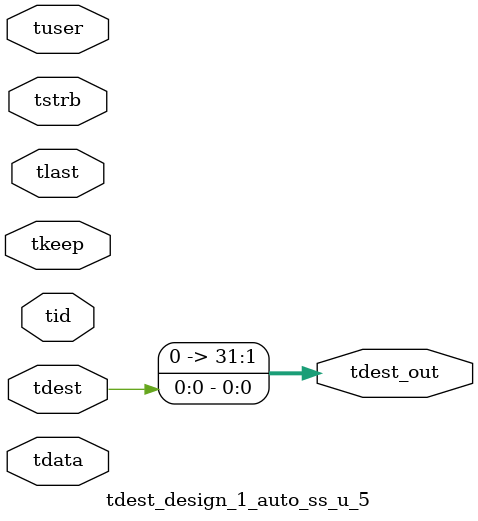
<source format=v>


`timescale 1ps/1ps

module tdest_design_1_auto_ss_u_5 #
(
parameter C_S_AXIS_TDATA_WIDTH = 32,
parameter C_S_AXIS_TUSER_WIDTH = 0,
parameter C_S_AXIS_TID_WIDTH   = 0,
parameter C_S_AXIS_TDEST_WIDTH = 0,
parameter C_M_AXIS_TDEST_WIDTH = 32
)
(
input  [(C_S_AXIS_TDATA_WIDTH == 0 ? 1 : C_S_AXIS_TDATA_WIDTH)-1:0     ] tdata,
input  [(C_S_AXIS_TUSER_WIDTH == 0 ? 1 : C_S_AXIS_TUSER_WIDTH)-1:0     ] tuser,
input  [(C_S_AXIS_TID_WIDTH   == 0 ? 1 : C_S_AXIS_TID_WIDTH)-1:0       ] tid,
input  [(C_S_AXIS_TDEST_WIDTH == 0 ? 1 : C_S_AXIS_TDEST_WIDTH)-1:0     ] tdest,
input  [(C_S_AXIS_TDATA_WIDTH/8)-1:0 ] tkeep,
input  [(C_S_AXIS_TDATA_WIDTH/8)-1:0 ] tstrb,
input                                                                    tlast,
output [C_M_AXIS_TDEST_WIDTH-1:0] tdest_out
);

assign tdest_out = {tdest[0:0]};

endmodule


</source>
